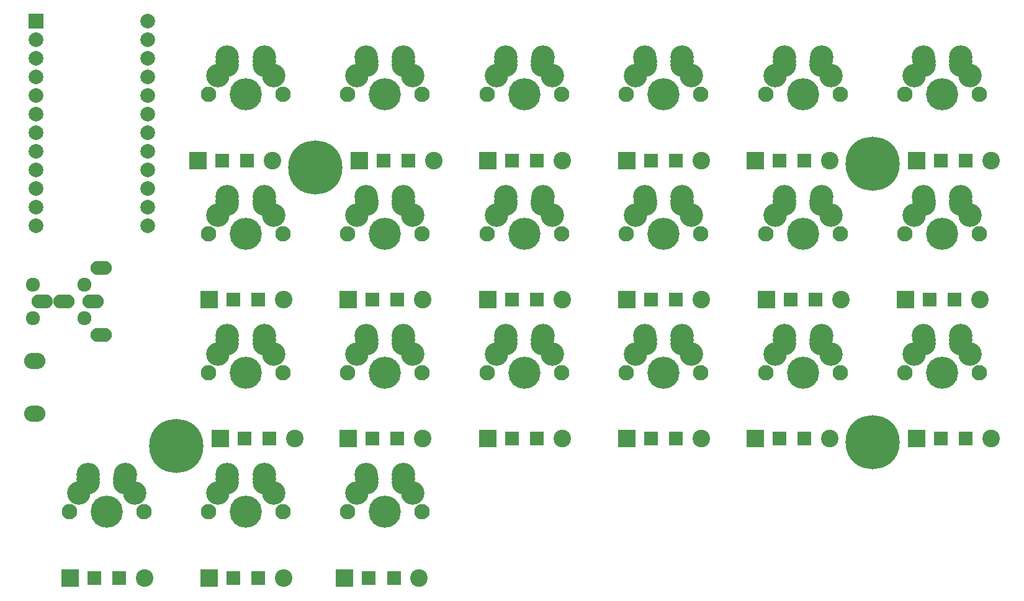
<source format=gbs>
G04 #@! TF.FileFunction,Soldermask,Bot*
%FSLAX46Y46*%
G04 Gerber Fmt 4.6, Leading zero omitted, Abs format (unit mm)*
G04 Created by KiCad (PCBNEW 4.0.7) date *
%MOMM*%
%LPD*%
G01*
G04 APERTURE LIST*
%ADD10C,0.150000*%
%ADD11C,7.400000*%
%ADD12R,1.924000X1.924000*%
%ADD13C,2.398980*%
%ADD14R,2.398980X2.398980*%
%ADD15O,2.900000X1.924000*%
%ADD16C,1.924000*%
%ADD17C,3.200000*%
%ADD18C,4.387810*%
%ADD19C,2.101810*%
%ADD20O,2.900000X2.200000*%
%ADD21R,2.000000X2.000000*%
%ADD22C,2.000000*%
G04 APERTURE END LIST*
D10*
D11*
X216500000Y-109500000D03*
X140500000Y-72000000D03*
X216500000Y-71500000D03*
X121500000Y-110000000D03*
D12*
X113700000Y-128000000D03*
X110300000Y-128000000D03*
D13*
X117160000Y-127997460D03*
D14*
X107000000Y-127997460D03*
D12*
X131200000Y-71000000D03*
X127800000Y-71000000D03*
D13*
X134660000Y-70997460D03*
D14*
X124500000Y-70997460D03*
D12*
X132700000Y-90000000D03*
X129300000Y-90000000D03*
D13*
X136160000Y-89997460D03*
D14*
X126000000Y-89997460D03*
D12*
X134200000Y-109000000D03*
X130800000Y-109000000D03*
D13*
X137660000Y-108997460D03*
D14*
X127500000Y-108997460D03*
D12*
X132700000Y-128000000D03*
X129300000Y-128000000D03*
D13*
X136160000Y-127997460D03*
D14*
X126000000Y-127997460D03*
D12*
X153200000Y-71000000D03*
X149800000Y-71000000D03*
D13*
X156660000Y-70997460D03*
D14*
X146500000Y-70997460D03*
D12*
X151700000Y-90000000D03*
X148300000Y-90000000D03*
D13*
X155160000Y-89997460D03*
D14*
X145000000Y-89997460D03*
D12*
X151700000Y-109000000D03*
X148300000Y-109000000D03*
D13*
X155160000Y-108997460D03*
D14*
X145000000Y-108997460D03*
D12*
X151200000Y-128000000D03*
X147800000Y-128000000D03*
D13*
X154660000Y-127997460D03*
D14*
X144500000Y-127997460D03*
D12*
X170700000Y-71000000D03*
X167300000Y-71000000D03*
D13*
X174160000Y-70997460D03*
D14*
X164000000Y-70997460D03*
D12*
X170700000Y-90000000D03*
X167300000Y-90000000D03*
D13*
X174160000Y-89997460D03*
D14*
X164000000Y-89997460D03*
D12*
X170700000Y-109000000D03*
X167300000Y-109000000D03*
D13*
X174160000Y-108997460D03*
D14*
X164000000Y-108997460D03*
D12*
X189700000Y-71000000D03*
X186300000Y-71000000D03*
D13*
X193160000Y-70997460D03*
D14*
X183000000Y-70997460D03*
D12*
X189700000Y-90000000D03*
X186300000Y-90000000D03*
D13*
X193160000Y-89997460D03*
D14*
X183000000Y-89997460D03*
D12*
X189700000Y-109000000D03*
X186300000Y-109000000D03*
D13*
X193160000Y-108997460D03*
D14*
X183000000Y-108997460D03*
D12*
X207200000Y-71000000D03*
X203800000Y-71000000D03*
D13*
X210660000Y-70997460D03*
D14*
X200500000Y-70997460D03*
D12*
X208700000Y-90000000D03*
X205300000Y-90000000D03*
D13*
X212160000Y-89997460D03*
D14*
X202000000Y-89997460D03*
D12*
X207200000Y-109000000D03*
X203800000Y-109000000D03*
D13*
X210660000Y-108997460D03*
D14*
X200500000Y-108997460D03*
D12*
X229200000Y-71000000D03*
X225800000Y-71000000D03*
D13*
X232660000Y-70997460D03*
D14*
X222500000Y-70997460D03*
D12*
X227700000Y-90000000D03*
X224300000Y-90000000D03*
D13*
X231160000Y-89997460D03*
D14*
X221000000Y-89997460D03*
D12*
X229200000Y-109000000D03*
X225800000Y-109000000D03*
D13*
X232660000Y-108997460D03*
D14*
X222500000Y-108997460D03*
D15*
X110200000Y-90250000D03*
X111300000Y-94850000D03*
D16*
X109000000Y-92550000D03*
X102000000Y-92550000D03*
X102000000Y-87950000D03*
X109000000Y-87950000D03*
D15*
X111300000Y-85650000D03*
X103200000Y-90250000D03*
X106200000Y-90250000D03*
X110200000Y-90250000D03*
D17*
X108190000Y-116460000D03*
D18*
X112000000Y-119000000D03*
D19*
X106920000Y-119000000D03*
X117080000Y-119000000D03*
D17*
X115810000Y-116460000D03*
X114500000Y-115000000D03*
X109500000Y-115000000D03*
X109460000Y-113920000D03*
X114540000Y-113920000D03*
X114500000Y-114500000D03*
X109500000Y-114500000D03*
X127190000Y-59460000D03*
D18*
X131000000Y-62000000D03*
D19*
X125920000Y-62000000D03*
X136080000Y-62000000D03*
D17*
X134810000Y-59460000D03*
X133500000Y-58000000D03*
X128500000Y-58000000D03*
X128460000Y-56920000D03*
X133540000Y-56920000D03*
X133500000Y-57500000D03*
X128500000Y-57500000D03*
X127190000Y-78460000D03*
D18*
X131000000Y-81000000D03*
D19*
X125920000Y-81000000D03*
X136080000Y-81000000D03*
D17*
X134810000Y-78460000D03*
X133500000Y-77000000D03*
X128500000Y-77000000D03*
X128460000Y-75920000D03*
X133540000Y-75920000D03*
X133500000Y-76500000D03*
X128500000Y-76500000D03*
X127190000Y-97460000D03*
D18*
X131000000Y-100000000D03*
D19*
X125920000Y-100000000D03*
X136080000Y-100000000D03*
D17*
X134810000Y-97460000D03*
X133500000Y-96000000D03*
X128500000Y-96000000D03*
X128460000Y-94920000D03*
X133540000Y-94920000D03*
X133500000Y-95500000D03*
X128500000Y-95500000D03*
X127190000Y-116460000D03*
D18*
X131000000Y-119000000D03*
D19*
X125920000Y-119000000D03*
X136080000Y-119000000D03*
D17*
X134810000Y-116460000D03*
X133500000Y-115000000D03*
X128500000Y-115000000D03*
X128460000Y-113920000D03*
X133540000Y-113920000D03*
X133500000Y-114500000D03*
X128500000Y-114500000D03*
X146190000Y-59460000D03*
D18*
X150000000Y-62000000D03*
D19*
X144920000Y-62000000D03*
X155080000Y-62000000D03*
D17*
X153810000Y-59460000D03*
X152500000Y-58000000D03*
X147500000Y-58000000D03*
X147460000Y-56920000D03*
X152540000Y-56920000D03*
X152500000Y-57500000D03*
X147500000Y-57500000D03*
X146190000Y-78460000D03*
D18*
X150000000Y-81000000D03*
D19*
X144920000Y-81000000D03*
X155080000Y-81000000D03*
D17*
X153810000Y-78460000D03*
X152500000Y-77000000D03*
X147500000Y-77000000D03*
X147460000Y-75920000D03*
X152540000Y-75920000D03*
X152500000Y-76500000D03*
X147500000Y-76500000D03*
X146190000Y-97460000D03*
D18*
X150000000Y-100000000D03*
D19*
X144920000Y-100000000D03*
X155080000Y-100000000D03*
D17*
X153810000Y-97460000D03*
X152500000Y-96000000D03*
X147500000Y-96000000D03*
X147460000Y-94920000D03*
X152540000Y-94920000D03*
X152500000Y-95500000D03*
X147500000Y-95500000D03*
X146190000Y-116460000D03*
D18*
X150000000Y-119000000D03*
D19*
X144920000Y-119000000D03*
X155080000Y-119000000D03*
D17*
X153810000Y-116460000D03*
X152500000Y-115000000D03*
X147500000Y-115000000D03*
X147460000Y-113920000D03*
X152540000Y-113920000D03*
X152500000Y-114500000D03*
X147500000Y-114500000D03*
X165190000Y-59460000D03*
D18*
X169000000Y-62000000D03*
D19*
X163920000Y-62000000D03*
X174080000Y-62000000D03*
D17*
X172810000Y-59460000D03*
X171500000Y-58000000D03*
X166500000Y-58000000D03*
X166460000Y-56920000D03*
X171540000Y-56920000D03*
X171500000Y-57500000D03*
X166500000Y-57500000D03*
X165190000Y-78460000D03*
D18*
X169000000Y-81000000D03*
D19*
X163920000Y-81000000D03*
X174080000Y-81000000D03*
D17*
X172810000Y-78460000D03*
X171500000Y-77000000D03*
X166500000Y-77000000D03*
X166460000Y-75920000D03*
X171540000Y-75920000D03*
X171500000Y-76500000D03*
X166500000Y-76500000D03*
X165190000Y-97460000D03*
D18*
X169000000Y-100000000D03*
D19*
X163920000Y-100000000D03*
X174080000Y-100000000D03*
D17*
X172810000Y-97460000D03*
X171500000Y-96000000D03*
X166500000Y-96000000D03*
X166460000Y-94920000D03*
X171540000Y-94920000D03*
X171500000Y-95500000D03*
X166500000Y-95500000D03*
X184190000Y-59460000D03*
D18*
X188000000Y-62000000D03*
D19*
X182920000Y-62000000D03*
X193080000Y-62000000D03*
D17*
X191810000Y-59460000D03*
X190500000Y-58000000D03*
X185500000Y-58000000D03*
X185460000Y-56920000D03*
X190540000Y-56920000D03*
X190500000Y-57500000D03*
X185500000Y-57500000D03*
X184190000Y-78460000D03*
D18*
X188000000Y-81000000D03*
D19*
X182920000Y-81000000D03*
X193080000Y-81000000D03*
D17*
X191810000Y-78460000D03*
X190500000Y-77000000D03*
X185500000Y-77000000D03*
X185460000Y-75920000D03*
X190540000Y-75920000D03*
X190500000Y-76500000D03*
X185500000Y-76500000D03*
X184190000Y-97460000D03*
D18*
X188000000Y-100000000D03*
D19*
X182920000Y-100000000D03*
X193080000Y-100000000D03*
D17*
X191810000Y-97460000D03*
X190500000Y-96000000D03*
X185500000Y-96000000D03*
X185460000Y-94920000D03*
X190540000Y-94920000D03*
X190500000Y-95500000D03*
X185500000Y-95500000D03*
X203190000Y-59460000D03*
D18*
X207000000Y-62000000D03*
D19*
X201920000Y-62000000D03*
X212080000Y-62000000D03*
D17*
X210810000Y-59460000D03*
X209500000Y-58000000D03*
X204500000Y-58000000D03*
X204460000Y-56920000D03*
X209540000Y-56920000D03*
X209500000Y-57500000D03*
X204500000Y-57500000D03*
X203190000Y-78460000D03*
D18*
X207000000Y-81000000D03*
D19*
X201920000Y-81000000D03*
X212080000Y-81000000D03*
D17*
X210810000Y-78460000D03*
X209500000Y-77000000D03*
X204500000Y-77000000D03*
X204460000Y-75920000D03*
X209540000Y-75920000D03*
X209500000Y-76500000D03*
X204500000Y-76500000D03*
X203190000Y-97460000D03*
D18*
X207000000Y-100000000D03*
D19*
X201920000Y-100000000D03*
X212080000Y-100000000D03*
D17*
X210810000Y-97460000D03*
X209500000Y-96000000D03*
X204500000Y-96000000D03*
X204460000Y-94920000D03*
X209540000Y-94920000D03*
X209500000Y-95500000D03*
X204500000Y-95500000D03*
X222190000Y-59460000D03*
D18*
X226000000Y-62000000D03*
D19*
X220920000Y-62000000D03*
X231080000Y-62000000D03*
D17*
X229810000Y-59460000D03*
X228500000Y-58000000D03*
X223500000Y-58000000D03*
X223460000Y-56920000D03*
X228540000Y-56920000D03*
X228500000Y-57500000D03*
X223500000Y-57500000D03*
X222190000Y-78460000D03*
D18*
X226000000Y-81000000D03*
D19*
X220920000Y-81000000D03*
X231080000Y-81000000D03*
D17*
X229810000Y-78460000D03*
X228500000Y-77000000D03*
X223500000Y-77000000D03*
X223460000Y-75920000D03*
X228540000Y-75920000D03*
X228500000Y-76500000D03*
X223500000Y-76500000D03*
X222190000Y-97460000D03*
D18*
X226000000Y-100000000D03*
D19*
X220920000Y-100000000D03*
X231080000Y-100000000D03*
D17*
X229810000Y-97460000D03*
X228500000Y-96000000D03*
X223500000Y-96000000D03*
X223460000Y-94920000D03*
X228540000Y-94920000D03*
X228500000Y-95500000D03*
X223500000Y-95500000D03*
D20*
X102250000Y-105600000D03*
X102250000Y-98400000D03*
D21*
X102380000Y-52030000D03*
D22*
X102380000Y-54570000D03*
X102380000Y-57110000D03*
X102380000Y-59650000D03*
X102380000Y-62190000D03*
X102380000Y-64730000D03*
X102380000Y-67270000D03*
X102380000Y-69810000D03*
X102380000Y-72350000D03*
X102380000Y-74890000D03*
X102380000Y-77430000D03*
X102380000Y-79970000D03*
X117620000Y-79970000D03*
X117620000Y-77430000D03*
X117620000Y-74890000D03*
X117620000Y-72350000D03*
X117620000Y-69810000D03*
X117620000Y-67270000D03*
X117620000Y-64730000D03*
X117620000Y-62190000D03*
X117620000Y-59650000D03*
X117620000Y-57110000D03*
X117620000Y-54570000D03*
X117620000Y-52030000D03*
M02*

</source>
